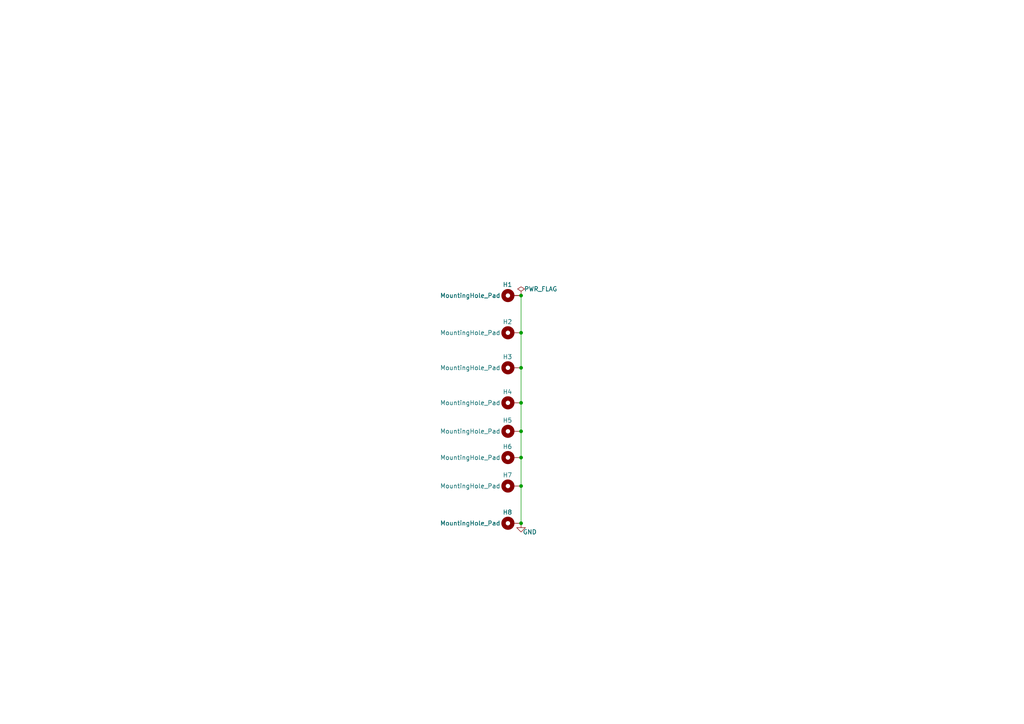
<source format=kicad_sch>
(kicad_sch (version 20210406) (generator eeschema)
  (paper "A4")
  (lib_symbols
    (symbol "Mechanical:MountingHole_Pad" (pin_numbers hide) (pin_names (offset 1.016) hide)
      (property "Reference" "H" (at 0 6.35 0))
      (property "Value" "MountingHole_Pad" (at 0 4.445 0))
      (symbol "MountingHole_Pad_0_1"
        (circle (center 0 1.27) (radius 1.27) (stroke (width 1.27)))
      )
      (symbol "MountingHole_Pad_1_1"
        (pin input line (at 0 -2.54 90) (length 2.54) (name "1") (number "1"))
      )
    )
    (symbol "power:GND" (power) (pin_names (offset 0))
      (property "Value" "GND" (at 0 -3.81 0))
      (symbol "GND_0_1"
        (polyline (pts (xy 0 0) (xy 0 -1.27) (xy 1.27 -1.27) (xy 0 -2.54) (xy -1.27 -1.27) (xy 0 -1.27)))
      )
      (symbol "GND_1_1"
        (pin power_in line (at 0 0 270) (length 0) hide (name "GND") (number "1"))
      )
    )
    (symbol "power:PWR_FLAG" (power) (pin_numbers hide) (pin_names (offset 0) hide)
      (property "Value" "PWR_FLAG" (at 0 3.81 0))
      (symbol "PWR_FLAG_0_0"
        (pin power_out line (at 0 0 90) (length 0) (name "pwr") (number "1"))
      )
      (symbol "PWR_FLAG_0_1"
        (polyline (pts (xy 0 0) (xy 0 1.27) (xy -1.016 1.905) (xy 0 2.54) (xy 1.016 1.905) (xy 0 1.27)))
      )
    )
  )
  (junction (at 151.13 85.725) (diameter 0.9144))
  (junction (at 151.13 96.52) (diameter 0.9144))
  (junction (at 151.13 106.68) (diameter 0.9144))
  (junction (at 151.13 116.84) (diameter 0.9144))
  (junction (at 151.13 125.095) (diameter 0.9144))
  (junction (at 151.13 132.715) (diameter 0.9144))
  (junction (at 151.13 140.97) (diameter 0.9144))
  (junction (at 151.13 151.765) (diameter 0.9144))
  (wire (pts (xy 151.13 85.725) (xy 151.13 96.52)))
  (wire (pts (xy 151.13 96.52) (xy 151.13 106.68)))
  (wire (pts (xy 151.13 106.68) (xy 151.13 116.84)))
  (wire (pts (xy 151.13 125.095) (xy 151.13 116.84)))
  (wire (pts (xy 151.13 132.715) (xy 151.13 125.095)))
  (wire (pts (xy 151.13 140.97) (xy 151.13 132.715)))
  (wire (pts (xy 151.13 151.765) (xy 151.13 140.97)))
  (symbol (lib_id "power:PWR_FLAG") (at 151.13 85.725 0) (unit 1)
    (property "Reference" "#FLG0101" (effects hide))
    (property "Value" "PWR_FLAG" (at 156.845 83.82 0))
  )
  (symbol (lib_id "power:GND") (at 151.13 151.765 0) (unit 1)
    (property "Reference" "#PWR0101" (effects hide))
    (property "Value" "GND" (at 153.67 154.305 0))
  )
  (symbol (lib_id "Mechanical:MountingHole_Pad") (at 148.59 85.725 90) (unit 1)
    (property "Reference" "H1" (at 147.193 82.55 90))
    (property "Value" "MountingHole_Pad" (at 136.398 85.725 90))
    (property "Footprint" "MountingHole:MountingHole_2.5mm_Pad" (effects hide))
  )
  (symbol (lib_id "Mechanical:MountingHole_Pad") (at 148.59 96.52 90) (unit 1)
    (property "Reference" "H2" (at 147.193 93.345 90))
    (property "Value" "MountingHole_Pad" (at 136.398 96.52 90))
    (property "Footprint" "MountingHole:MountingHole_2.5mm_Pad" (effects hide))
  )
  (symbol (lib_id "Mechanical:MountingHole_Pad") (at 148.59 106.68 90) (unit 1)
    (property "Reference" "H3" (at 147.193 103.505 90))
    (property "Value" "MountingHole_Pad" (at 136.398 106.68 90))
    (property "Footprint" "MountingHole:MountingHole_2.5mm_Pad" (effects hide))
  )
  (symbol (lib_id "Mechanical:MountingHole_Pad") (at 148.59 116.84 90) (unit 1)
    (property "Reference" "H4" (at 147.193 113.665 90))
    (property "Value" "MountingHole_Pad" (at 136.398 116.84 90))
    (property "Footprint" "MountingHole:MountingHole_2.5mm_Pad" (effects hide))
  )
  (symbol (lib_id "Mechanical:MountingHole_Pad") (at 148.59 125.095 90) (unit 1)
    (property "Reference" "H5" (at 147.193 121.92 90))
    (property "Value" "MountingHole_Pad" (at 136.398 125.095 90))
    (property "Footprint" "MountingHole:MountingHole_2.5mm_Pad" (effects hide))
  )
  (symbol (lib_id "Mechanical:MountingHole_Pad") (at 148.59 132.715 90) (unit 1)
    (property "Reference" "H6" (at 147.193 129.54 90))
    (property "Value" "MountingHole_Pad" (at 136.398 132.715 90))
    (property "Footprint" "MountingHole:MountingHole_2.5mm_Pad" (effects hide))
  )
  (symbol (lib_id "Mechanical:MountingHole_Pad") (at 148.59 140.97 90) (unit 1)
    (property "Reference" "H7" (at 147.193 137.795 90))
    (property "Value" "MountingHole_Pad" (at 136.398 140.97 90))
    (property "Footprint" "MountingHole:MountingHole_2.5mm_Pad" (effects hide))
  )
  (symbol (lib_id "Mechanical:MountingHole_Pad") (at 148.59 151.765 90) (unit 1)
    (property "Reference" "H8" (at 147.193 148.59 90))
    (property "Value" "MountingHole_Pad" (at 136.398 151.765 90))
    (property "Footprint" "MountingHole:MountingHole_2.5mm_Pad" (effects hide))
  )
)
</source>
